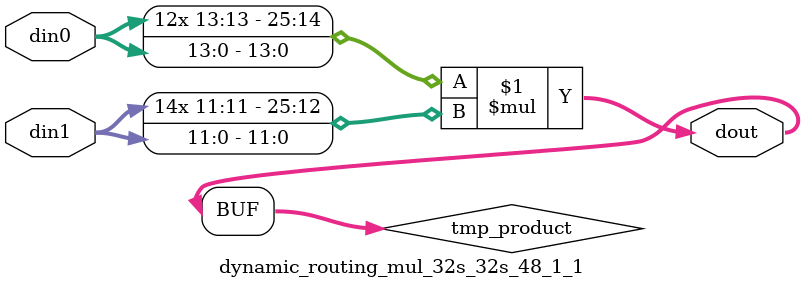
<source format=v>

`timescale 1 ns / 1 ps

 module dynamic_routing_mul_32s_32s_48_1_1(din0, din1, dout);
parameter ID = 1;
parameter NUM_STAGE = 0;
parameter din0_WIDTH = 14;
parameter din1_WIDTH = 12;
parameter dout_WIDTH = 26;

input [din0_WIDTH - 1 : 0] din0; 
input [din1_WIDTH - 1 : 0] din1; 
output [dout_WIDTH - 1 : 0] dout;

wire signed [dout_WIDTH - 1 : 0] tmp_product;



























assign tmp_product = $signed(din0) * $signed(din1);








assign dout = tmp_product;





















endmodule

</source>
